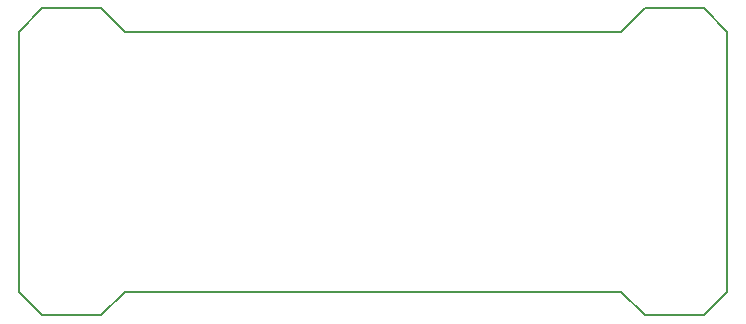
<source format=gbr>
%TF.GenerationSoftware,KiCad,Pcbnew,(5.0.0-3-g5ebb6b6)*%
%TF.CreationDate,2019-03-22T16:01:31+00:00*%
%TF.ProjectId,moodie_control_board,6D6F6F6469655F636F6E74726F6C5F62,rev?*%
%TF.SameCoordinates,Original*%
%TF.FileFunction,Profile,NP*%
%FSLAX46Y46*%
G04 Gerber Fmt 4.6, Leading zero omitted, Abs format (unit mm)*
G04 Created by KiCad (PCBNEW (5.0.0-3-g5ebb6b6)) date Friday 22 March 2019 at 16:01:31*
%MOMM*%
%LPD*%
G01*
G04 APERTURE LIST*
%ADD10C,0.150000*%
G04 APERTURE END LIST*
D10*
X105000000Y-84000000D02*
X107000000Y-86000000D01*
X105000000Y-110000000D02*
X107000000Y-108000000D01*
X47000000Y-108000000D02*
X49000000Y-110000000D01*
X47000000Y-86000000D02*
X49000000Y-84000000D01*
X107000000Y-86000000D02*
X107000000Y-108000000D01*
X100000000Y-110000000D02*
X105000000Y-110000000D01*
X98000000Y-108000000D02*
X100000000Y-110000000D01*
X56000000Y-108000000D02*
X98000000Y-108000000D01*
X54000000Y-110000000D02*
X56000000Y-108000000D01*
X49000000Y-110000000D02*
X54000000Y-110000000D01*
X100000000Y-84000000D02*
X105000000Y-84000000D01*
X98000000Y-86000000D02*
X100000000Y-84000000D01*
X56000000Y-86000000D02*
X98000000Y-86000000D01*
X54000000Y-84000000D02*
X56000000Y-86000000D01*
X49000000Y-84000000D02*
X54000000Y-84000000D01*
X47000000Y-86000000D02*
X47000000Y-108000000D01*
M02*

</source>
